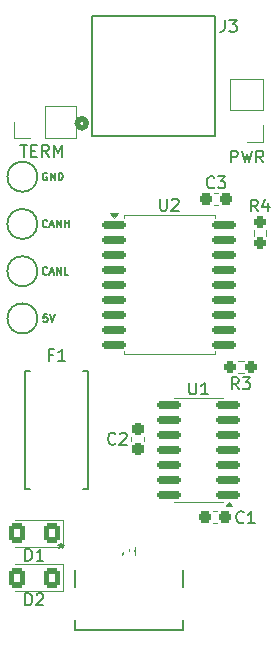
<source format=gto>
G04 #@! TF.GenerationSoftware,KiCad,Pcbnew,9.0.7*
G04 #@! TF.CreationDate,2026-01-26T17:59:06-05:00*
G04 #@! TF.ProjectId,usbdbg,75736264-6267-42e6-9b69-6361645f7063,rev?*
G04 #@! TF.SameCoordinates,Original*
G04 #@! TF.FileFunction,Legend,Top*
G04 #@! TF.FilePolarity,Positive*
%FSLAX46Y46*%
G04 Gerber Fmt 4.6, Leading zero omitted, Abs format (unit mm)*
G04 Created by KiCad (PCBNEW 9.0.7) date 2026-01-26 17:59:06*
%MOMM*%
%LPD*%
G01*
G04 APERTURE LIST*
G04 Aperture macros list*
%AMRoundRect*
0 Rectangle with rounded corners*
0 $1 Rounding radius*
0 $2 $3 $4 $5 $6 $7 $8 $9 X,Y pos of 4 corners*
0 Add a 4 corners polygon primitive as box body*
4,1,4,$2,$3,$4,$5,$6,$7,$8,$9,$2,$3,0*
0 Add four circle primitives for the rounded corners*
1,1,$1+$1,$2,$3*
1,1,$1+$1,$4,$5*
1,1,$1+$1,$6,$7*
1,1,$1+$1,$8,$9*
0 Add four rect primitives between the rounded corners*
20,1,$1+$1,$2,$3,$4,$5,0*
20,1,$1+$1,$4,$5,$6,$7,0*
20,1,$1+$1,$6,$7,$8,$9,0*
20,1,$1+$1,$8,$9,$2,$3,0*%
G04 Aperture macros list end*
%ADD10C,0.150000*%
%ADD11C,0.152400*%
%ADD12C,0.508000*%
%ADD13C,0.120000*%
%ADD14C,0.127000*%
%ADD15R,0.304800X1.143000*%
%ADD16R,0.609600X1.143000*%
%ADD17O,0.990600X2.209800*%
%ADD18O,0.990600X1.803400*%
%ADD19C,1.574800*%
%ADD20C,1.700000*%
%ADD21R,1.700000X1.700000*%
%ADD22C,1.734000*%
%ADD23RoundRect,0.237500X0.237500X-0.300000X0.237500X0.300000X-0.237500X0.300000X-0.237500X-0.300000X0*%
%ADD24C,0.800000*%
%ADD25C,6.400000*%
%ADD26RoundRect,0.237500X0.250000X0.237500X-0.250000X0.237500X-0.250000X-0.237500X0.250000X-0.237500X0*%
%ADD27RoundRect,0.150000X-0.875000X-0.150000X0.875000X-0.150000X0.875000X0.150000X-0.875000X0.150000X0*%
%ADD28RoundRect,0.150000X0.825000X0.150000X-0.825000X0.150000X-0.825000X-0.150000X0.825000X-0.150000X0*%
%ADD29RoundRect,0.237500X0.300000X0.237500X-0.300000X0.237500X-0.300000X-0.237500X0.300000X-0.237500X0*%
%ADD30RoundRect,0.237500X-0.237500X0.250000X-0.237500X-0.250000X0.237500X-0.250000X0.237500X0.250000X0*%
%ADD31RoundRect,0.250001X0.462499X0.624999X-0.462499X0.624999X-0.462499X-0.624999X0.462499X-0.624999X0*%
%ADD32R,3.810000X4.241800*%
G04 APERTURE END LIST*
D10*
X185291666Y-69774869D02*
X185291666Y-70489154D01*
X185291666Y-70489154D02*
X185244047Y-70632011D01*
X185244047Y-70632011D02*
X185148809Y-70727250D01*
X185148809Y-70727250D02*
X185005952Y-70774869D01*
X185005952Y-70774869D02*
X184910714Y-70774869D01*
X186196428Y-70108202D02*
X186196428Y-70774869D01*
X185958333Y-69727250D02*
X185720238Y-70441535D01*
X185720238Y-70441535D02*
X186339285Y-70441535D01*
X179884999Y-69774869D02*
X179884999Y-70012964D01*
X179646904Y-69917726D02*
X179884999Y-70012964D01*
X179884999Y-70012964D02*
X180123094Y-69917726D01*
X179742142Y-70203440D02*
X179884999Y-70012964D01*
X179884999Y-70012964D02*
X180027856Y-70203440D01*
X179884999Y-69774869D02*
X179884999Y-70012964D01*
X179646904Y-69917726D02*
X179884999Y-70012964D01*
X179884999Y-70012964D02*
X180123094Y-69917726D01*
X179742142Y-70203440D02*
X179884999Y-70012964D01*
X179884999Y-70012964D02*
X180027856Y-70203440D01*
X193741666Y-25504819D02*
X193741666Y-26219104D01*
X193741666Y-26219104D02*
X193694047Y-26361961D01*
X193694047Y-26361961D02*
X193598809Y-26457200D01*
X193598809Y-26457200D02*
X193455952Y-26504819D01*
X193455952Y-26504819D02*
X193360714Y-26504819D01*
X194122619Y-25504819D02*
X194741666Y-25504819D01*
X194741666Y-25504819D02*
X194408333Y-25885771D01*
X194408333Y-25885771D02*
X194551190Y-25885771D01*
X194551190Y-25885771D02*
X194646428Y-25933390D01*
X194646428Y-25933390D02*
X194694047Y-25981009D01*
X194694047Y-25981009D02*
X194741666Y-26076247D01*
X194741666Y-26076247D02*
X194741666Y-26314342D01*
X194741666Y-26314342D02*
X194694047Y-26409580D01*
X194694047Y-26409580D02*
X194646428Y-26457200D01*
X194646428Y-26457200D02*
X194551190Y-26504819D01*
X194551190Y-26504819D02*
X194265476Y-26504819D01*
X194265476Y-26504819D02*
X194170238Y-26457200D01*
X194170238Y-26457200D02*
X194122619Y-26409580D01*
X176440476Y-36079819D02*
X177011904Y-36079819D01*
X176726190Y-37079819D02*
X176726190Y-36079819D01*
X177345238Y-36556009D02*
X177678571Y-36556009D01*
X177821428Y-37079819D02*
X177345238Y-37079819D01*
X177345238Y-37079819D02*
X177345238Y-36079819D01*
X177345238Y-36079819D02*
X177821428Y-36079819D01*
X178821428Y-37079819D02*
X178488095Y-36603628D01*
X178250000Y-37079819D02*
X178250000Y-36079819D01*
X178250000Y-36079819D02*
X178630952Y-36079819D01*
X178630952Y-36079819D02*
X178726190Y-36127438D01*
X178726190Y-36127438D02*
X178773809Y-36175057D01*
X178773809Y-36175057D02*
X178821428Y-36270295D01*
X178821428Y-36270295D02*
X178821428Y-36413152D01*
X178821428Y-36413152D02*
X178773809Y-36508390D01*
X178773809Y-36508390D02*
X178726190Y-36556009D01*
X178726190Y-36556009D02*
X178630952Y-36603628D01*
X178630952Y-36603628D02*
X178250000Y-36603628D01*
X179250000Y-37079819D02*
X179250000Y-36079819D01*
X179250000Y-36079819D02*
X179583333Y-36794104D01*
X179583333Y-36794104D02*
X179916666Y-36079819D01*
X179916666Y-36079819D02*
X179916666Y-37079819D01*
X194266667Y-37554819D02*
X194266667Y-36554819D01*
X194266667Y-36554819D02*
X194647619Y-36554819D01*
X194647619Y-36554819D02*
X194742857Y-36602438D01*
X194742857Y-36602438D02*
X194790476Y-36650057D01*
X194790476Y-36650057D02*
X194838095Y-36745295D01*
X194838095Y-36745295D02*
X194838095Y-36888152D01*
X194838095Y-36888152D02*
X194790476Y-36983390D01*
X194790476Y-36983390D02*
X194742857Y-37031009D01*
X194742857Y-37031009D02*
X194647619Y-37078628D01*
X194647619Y-37078628D02*
X194266667Y-37078628D01*
X195171429Y-36554819D02*
X195409524Y-37554819D01*
X195409524Y-37554819D02*
X195600000Y-36840533D01*
X195600000Y-36840533D02*
X195790476Y-37554819D01*
X195790476Y-37554819D02*
X196028572Y-36554819D01*
X196980952Y-37554819D02*
X196647619Y-37078628D01*
X196409524Y-37554819D02*
X196409524Y-36554819D01*
X196409524Y-36554819D02*
X196790476Y-36554819D01*
X196790476Y-36554819D02*
X196885714Y-36602438D01*
X196885714Y-36602438D02*
X196933333Y-36650057D01*
X196933333Y-36650057D02*
X196980952Y-36745295D01*
X196980952Y-36745295D02*
X196980952Y-36888152D01*
X196980952Y-36888152D02*
X196933333Y-36983390D01*
X196933333Y-36983390D02*
X196885714Y-37031009D01*
X196885714Y-37031009D02*
X196790476Y-37078628D01*
X196790476Y-37078628D02*
X196409524Y-37078628D01*
X178703334Y-43002323D02*
X178672858Y-43032800D01*
X178672858Y-43032800D02*
X178581429Y-43063276D01*
X178581429Y-43063276D02*
X178520477Y-43063276D01*
X178520477Y-43063276D02*
X178429048Y-43032800D01*
X178429048Y-43032800D02*
X178368096Y-42971847D01*
X178368096Y-42971847D02*
X178337619Y-42910895D01*
X178337619Y-42910895D02*
X178307143Y-42788990D01*
X178307143Y-42788990D02*
X178307143Y-42697561D01*
X178307143Y-42697561D02*
X178337619Y-42575657D01*
X178337619Y-42575657D02*
X178368096Y-42514704D01*
X178368096Y-42514704D02*
X178429048Y-42453752D01*
X178429048Y-42453752D02*
X178520477Y-42423276D01*
X178520477Y-42423276D02*
X178581429Y-42423276D01*
X178581429Y-42423276D02*
X178672858Y-42453752D01*
X178672858Y-42453752D02*
X178703334Y-42484228D01*
X178947143Y-42880419D02*
X179251905Y-42880419D01*
X178886191Y-43063276D02*
X179099524Y-42423276D01*
X179099524Y-42423276D02*
X179312858Y-43063276D01*
X179526190Y-43063276D02*
X179526190Y-42423276D01*
X179526190Y-42423276D02*
X179891905Y-43063276D01*
X179891905Y-43063276D02*
X179891905Y-42423276D01*
X180196666Y-43063276D02*
X180196666Y-42423276D01*
X180196666Y-42728038D02*
X180562381Y-42728038D01*
X180562381Y-43063276D02*
X180562381Y-42423276D01*
X178704524Y-47002323D02*
X178674048Y-47032800D01*
X178674048Y-47032800D02*
X178582619Y-47063276D01*
X178582619Y-47063276D02*
X178521667Y-47063276D01*
X178521667Y-47063276D02*
X178430238Y-47032800D01*
X178430238Y-47032800D02*
X178369286Y-46971847D01*
X178369286Y-46971847D02*
X178338809Y-46910895D01*
X178338809Y-46910895D02*
X178308333Y-46788990D01*
X178308333Y-46788990D02*
X178308333Y-46697561D01*
X178308333Y-46697561D02*
X178338809Y-46575657D01*
X178338809Y-46575657D02*
X178369286Y-46514704D01*
X178369286Y-46514704D02*
X178430238Y-46453752D01*
X178430238Y-46453752D02*
X178521667Y-46423276D01*
X178521667Y-46423276D02*
X178582619Y-46423276D01*
X178582619Y-46423276D02*
X178674048Y-46453752D01*
X178674048Y-46453752D02*
X178704524Y-46484228D01*
X178948333Y-46880419D02*
X179253095Y-46880419D01*
X178887381Y-47063276D02*
X179100714Y-46423276D01*
X179100714Y-46423276D02*
X179314048Y-47063276D01*
X179527380Y-47063276D02*
X179527380Y-46423276D01*
X179527380Y-46423276D02*
X179893095Y-47063276D01*
X179893095Y-47063276D02*
X179893095Y-46423276D01*
X180502618Y-47063276D02*
X180197856Y-47063276D01*
X180197856Y-47063276D02*
X180197856Y-46423276D01*
X178703095Y-50423276D02*
X178398333Y-50423276D01*
X178398333Y-50423276D02*
X178367857Y-50728038D01*
X178367857Y-50728038D02*
X178398333Y-50697561D01*
X178398333Y-50697561D02*
X178459286Y-50667085D01*
X178459286Y-50667085D02*
X178611667Y-50667085D01*
X178611667Y-50667085D02*
X178672619Y-50697561D01*
X178672619Y-50697561D02*
X178703095Y-50728038D01*
X178703095Y-50728038D02*
X178733572Y-50788990D01*
X178733572Y-50788990D02*
X178733572Y-50941371D01*
X178733572Y-50941371D02*
X178703095Y-51002323D01*
X178703095Y-51002323D02*
X178672619Y-51032800D01*
X178672619Y-51032800D02*
X178611667Y-51063276D01*
X178611667Y-51063276D02*
X178459286Y-51063276D01*
X178459286Y-51063276D02*
X178398333Y-51032800D01*
X178398333Y-51032800D02*
X178367857Y-51002323D01*
X178916429Y-50423276D02*
X179129762Y-51063276D01*
X179129762Y-51063276D02*
X179343096Y-50423276D01*
X178687381Y-38453752D02*
X178626428Y-38423276D01*
X178626428Y-38423276D02*
X178535000Y-38423276D01*
X178535000Y-38423276D02*
X178443571Y-38453752D01*
X178443571Y-38453752D02*
X178382619Y-38514704D01*
X178382619Y-38514704D02*
X178352142Y-38575657D01*
X178352142Y-38575657D02*
X178321666Y-38697561D01*
X178321666Y-38697561D02*
X178321666Y-38788990D01*
X178321666Y-38788990D02*
X178352142Y-38910895D01*
X178352142Y-38910895D02*
X178382619Y-38971847D01*
X178382619Y-38971847D02*
X178443571Y-39032800D01*
X178443571Y-39032800D02*
X178535000Y-39063276D01*
X178535000Y-39063276D02*
X178595952Y-39063276D01*
X178595952Y-39063276D02*
X178687381Y-39032800D01*
X178687381Y-39032800D02*
X178717857Y-39002323D01*
X178717857Y-39002323D02*
X178717857Y-38788990D01*
X178717857Y-38788990D02*
X178595952Y-38788990D01*
X178992142Y-39063276D02*
X178992142Y-38423276D01*
X178992142Y-38423276D02*
X179357857Y-39063276D01*
X179357857Y-39063276D02*
X179357857Y-38423276D01*
X179662618Y-39063276D02*
X179662618Y-38423276D01*
X179662618Y-38423276D02*
X179814999Y-38423276D01*
X179814999Y-38423276D02*
X179906428Y-38453752D01*
X179906428Y-38453752D02*
X179967380Y-38514704D01*
X179967380Y-38514704D02*
X179997857Y-38575657D01*
X179997857Y-38575657D02*
X180028333Y-38697561D01*
X180028333Y-38697561D02*
X180028333Y-38788990D01*
X180028333Y-38788990D02*
X179997857Y-38910895D01*
X179997857Y-38910895D02*
X179967380Y-38971847D01*
X179967380Y-38971847D02*
X179906428Y-39032800D01*
X179906428Y-39032800D02*
X179814999Y-39063276D01*
X179814999Y-39063276D02*
X179662618Y-39063276D01*
X184483333Y-61359580D02*
X184435714Y-61407200D01*
X184435714Y-61407200D02*
X184292857Y-61454819D01*
X184292857Y-61454819D02*
X184197619Y-61454819D01*
X184197619Y-61454819D02*
X184054762Y-61407200D01*
X184054762Y-61407200D02*
X183959524Y-61311961D01*
X183959524Y-61311961D02*
X183911905Y-61216723D01*
X183911905Y-61216723D02*
X183864286Y-61026247D01*
X183864286Y-61026247D02*
X183864286Y-60883390D01*
X183864286Y-60883390D02*
X183911905Y-60692914D01*
X183911905Y-60692914D02*
X183959524Y-60597676D01*
X183959524Y-60597676D02*
X184054762Y-60502438D01*
X184054762Y-60502438D02*
X184197619Y-60454819D01*
X184197619Y-60454819D02*
X184292857Y-60454819D01*
X184292857Y-60454819D02*
X184435714Y-60502438D01*
X184435714Y-60502438D02*
X184483333Y-60550057D01*
X184864286Y-60550057D02*
X184911905Y-60502438D01*
X184911905Y-60502438D02*
X185007143Y-60454819D01*
X185007143Y-60454819D02*
X185245238Y-60454819D01*
X185245238Y-60454819D02*
X185340476Y-60502438D01*
X185340476Y-60502438D02*
X185388095Y-60550057D01*
X185388095Y-60550057D02*
X185435714Y-60645295D01*
X185435714Y-60645295D02*
X185435714Y-60740533D01*
X185435714Y-60740533D02*
X185388095Y-60883390D01*
X185388095Y-60883390D02*
X184816667Y-61454819D01*
X184816667Y-61454819D02*
X185435714Y-61454819D01*
X194918135Y-56762626D02*
X194584802Y-56286435D01*
X194346707Y-56762626D02*
X194346707Y-55762626D01*
X194346707Y-55762626D02*
X194727659Y-55762626D01*
X194727659Y-55762626D02*
X194822897Y-55810245D01*
X194822897Y-55810245D02*
X194870516Y-55857864D01*
X194870516Y-55857864D02*
X194918135Y-55953102D01*
X194918135Y-55953102D02*
X194918135Y-56095959D01*
X194918135Y-56095959D02*
X194870516Y-56191197D01*
X194870516Y-56191197D02*
X194822897Y-56238816D01*
X194822897Y-56238816D02*
X194727659Y-56286435D01*
X194727659Y-56286435D02*
X194346707Y-56286435D01*
X195251469Y-55762626D02*
X195870516Y-55762626D01*
X195870516Y-55762626D02*
X195537183Y-56143578D01*
X195537183Y-56143578D02*
X195680040Y-56143578D01*
X195680040Y-56143578D02*
X195775278Y-56191197D01*
X195775278Y-56191197D02*
X195822897Y-56238816D01*
X195822897Y-56238816D02*
X195870516Y-56334054D01*
X195870516Y-56334054D02*
X195870516Y-56572149D01*
X195870516Y-56572149D02*
X195822897Y-56667387D01*
X195822897Y-56667387D02*
X195775278Y-56715007D01*
X195775278Y-56715007D02*
X195680040Y-56762626D01*
X195680040Y-56762626D02*
X195394326Y-56762626D01*
X195394326Y-56762626D02*
X195299088Y-56715007D01*
X195299088Y-56715007D02*
X195251469Y-56667387D01*
X188263095Y-40649819D02*
X188263095Y-41459342D01*
X188263095Y-41459342D02*
X188310714Y-41554580D01*
X188310714Y-41554580D02*
X188358333Y-41602200D01*
X188358333Y-41602200D02*
X188453571Y-41649819D01*
X188453571Y-41649819D02*
X188644047Y-41649819D01*
X188644047Y-41649819D02*
X188739285Y-41602200D01*
X188739285Y-41602200D02*
X188786904Y-41554580D01*
X188786904Y-41554580D02*
X188834523Y-41459342D01*
X188834523Y-41459342D02*
X188834523Y-40649819D01*
X189263095Y-40745057D02*
X189310714Y-40697438D01*
X189310714Y-40697438D02*
X189405952Y-40649819D01*
X189405952Y-40649819D02*
X189644047Y-40649819D01*
X189644047Y-40649819D02*
X189739285Y-40697438D01*
X189739285Y-40697438D02*
X189786904Y-40745057D01*
X189786904Y-40745057D02*
X189834523Y-40840295D01*
X189834523Y-40840295D02*
X189834523Y-40935533D01*
X189834523Y-40935533D02*
X189786904Y-41078390D01*
X189786904Y-41078390D02*
X189215476Y-41649819D01*
X189215476Y-41649819D02*
X189834523Y-41649819D01*
X190738095Y-56198419D02*
X190738095Y-57007942D01*
X190738095Y-57007942D02*
X190785714Y-57103180D01*
X190785714Y-57103180D02*
X190833333Y-57150800D01*
X190833333Y-57150800D02*
X190928571Y-57198419D01*
X190928571Y-57198419D02*
X191119047Y-57198419D01*
X191119047Y-57198419D02*
X191214285Y-57150800D01*
X191214285Y-57150800D02*
X191261904Y-57103180D01*
X191261904Y-57103180D02*
X191309523Y-57007942D01*
X191309523Y-57007942D02*
X191309523Y-56198419D01*
X192309523Y-57198419D02*
X191738095Y-57198419D01*
X192023809Y-57198419D02*
X192023809Y-56198419D01*
X192023809Y-56198419D02*
X191928571Y-56341276D01*
X191928571Y-56341276D02*
X191833333Y-56436514D01*
X191833333Y-56436514D02*
X191738095Y-56484133D01*
X192833333Y-39659580D02*
X192785714Y-39707200D01*
X192785714Y-39707200D02*
X192642857Y-39754819D01*
X192642857Y-39754819D02*
X192547619Y-39754819D01*
X192547619Y-39754819D02*
X192404762Y-39707200D01*
X192404762Y-39707200D02*
X192309524Y-39611961D01*
X192309524Y-39611961D02*
X192261905Y-39516723D01*
X192261905Y-39516723D02*
X192214286Y-39326247D01*
X192214286Y-39326247D02*
X192214286Y-39183390D01*
X192214286Y-39183390D02*
X192261905Y-38992914D01*
X192261905Y-38992914D02*
X192309524Y-38897676D01*
X192309524Y-38897676D02*
X192404762Y-38802438D01*
X192404762Y-38802438D02*
X192547619Y-38754819D01*
X192547619Y-38754819D02*
X192642857Y-38754819D01*
X192642857Y-38754819D02*
X192785714Y-38802438D01*
X192785714Y-38802438D02*
X192833333Y-38850057D01*
X193166667Y-38754819D02*
X193785714Y-38754819D01*
X193785714Y-38754819D02*
X193452381Y-39135771D01*
X193452381Y-39135771D02*
X193595238Y-39135771D01*
X193595238Y-39135771D02*
X193690476Y-39183390D01*
X193690476Y-39183390D02*
X193738095Y-39231009D01*
X193738095Y-39231009D02*
X193785714Y-39326247D01*
X193785714Y-39326247D02*
X193785714Y-39564342D01*
X193785714Y-39564342D02*
X193738095Y-39659580D01*
X193738095Y-39659580D02*
X193690476Y-39707200D01*
X193690476Y-39707200D02*
X193595238Y-39754819D01*
X193595238Y-39754819D02*
X193309524Y-39754819D01*
X193309524Y-39754819D02*
X193214286Y-39707200D01*
X193214286Y-39707200D02*
X193166667Y-39659580D01*
X196533333Y-41704819D02*
X196200000Y-41228628D01*
X195961905Y-41704819D02*
X195961905Y-40704819D01*
X195961905Y-40704819D02*
X196342857Y-40704819D01*
X196342857Y-40704819D02*
X196438095Y-40752438D01*
X196438095Y-40752438D02*
X196485714Y-40800057D01*
X196485714Y-40800057D02*
X196533333Y-40895295D01*
X196533333Y-40895295D02*
X196533333Y-41038152D01*
X196533333Y-41038152D02*
X196485714Y-41133390D01*
X196485714Y-41133390D02*
X196438095Y-41181009D01*
X196438095Y-41181009D02*
X196342857Y-41228628D01*
X196342857Y-41228628D02*
X195961905Y-41228628D01*
X197390476Y-41038152D02*
X197390476Y-41704819D01*
X197152381Y-40657200D02*
X196914286Y-41371485D01*
X196914286Y-41371485D02*
X197533333Y-41371485D01*
X176861905Y-75054819D02*
X176861905Y-74054819D01*
X176861905Y-74054819D02*
X177100000Y-74054819D01*
X177100000Y-74054819D02*
X177242857Y-74102438D01*
X177242857Y-74102438D02*
X177338095Y-74197676D01*
X177338095Y-74197676D02*
X177385714Y-74292914D01*
X177385714Y-74292914D02*
X177433333Y-74483390D01*
X177433333Y-74483390D02*
X177433333Y-74626247D01*
X177433333Y-74626247D02*
X177385714Y-74816723D01*
X177385714Y-74816723D02*
X177338095Y-74911961D01*
X177338095Y-74911961D02*
X177242857Y-75007200D01*
X177242857Y-75007200D02*
X177100000Y-75054819D01*
X177100000Y-75054819D02*
X176861905Y-75054819D01*
X177814286Y-74150057D02*
X177861905Y-74102438D01*
X177861905Y-74102438D02*
X177957143Y-74054819D01*
X177957143Y-74054819D02*
X178195238Y-74054819D01*
X178195238Y-74054819D02*
X178290476Y-74102438D01*
X178290476Y-74102438D02*
X178338095Y-74150057D01*
X178338095Y-74150057D02*
X178385714Y-74245295D01*
X178385714Y-74245295D02*
X178385714Y-74340533D01*
X178385714Y-74340533D02*
X178338095Y-74483390D01*
X178338095Y-74483390D02*
X177766667Y-75054819D01*
X177766667Y-75054819D02*
X178385714Y-75054819D01*
X176861905Y-71279819D02*
X176861905Y-70279819D01*
X176861905Y-70279819D02*
X177100000Y-70279819D01*
X177100000Y-70279819D02*
X177242857Y-70327438D01*
X177242857Y-70327438D02*
X177338095Y-70422676D01*
X177338095Y-70422676D02*
X177385714Y-70517914D01*
X177385714Y-70517914D02*
X177433333Y-70708390D01*
X177433333Y-70708390D02*
X177433333Y-70851247D01*
X177433333Y-70851247D02*
X177385714Y-71041723D01*
X177385714Y-71041723D02*
X177338095Y-71136961D01*
X177338095Y-71136961D02*
X177242857Y-71232200D01*
X177242857Y-71232200D02*
X177100000Y-71279819D01*
X177100000Y-71279819D02*
X176861905Y-71279819D01*
X178385714Y-71279819D02*
X177814286Y-71279819D01*
X178100000Y-71279819D02*
X178100000Y-70279819D01*
X178100000Y-70279819D02*
X178004762Y-70422676D01*
X178004762Y-70422676D02*
X177909524Y-70517914D01*
X177909524Y-70517914D02*
X177814286Y-70565533D01*
X195333333Y-68009580D02*
X195285714Y-68057200D01*
X195285714Y-68057200D02*
X195142857Y-68104819D01*
X195142857Y-68104819D02*
X195047619Y-68104819D01*
X195047619Y-68104819D02*
X194904762Y-68057200D01*
X194904762Y-68057200D02*
X194809524Y-67961961D01*
X194809524Y-67961961D02*
X194761905Y-67866723D01*
X194761905Y-67866723D02*
X194714286Y-67676247D01*
X194714286Y-67676247D02*
X194714286Y-67533390D01*
X194714286Y-67533390D02*
X194761905Y-67342914D01*
X194761905Y-67342914D02*
X194809524Y-67247676D01*
X194809524Y-67247676D02*
X194904762Y-67152438D01*
X194904762Y-67152438D02*
X195047619Y-67104819D01*
X195047619Y-67104819D02*
X195142857Y-67104819D01*
X195142857Y-67104819D02*
X195285714Y-67152438D01*
X195285714Y-67152438D02*
X195333333Y-67200057D01*
X196285714Y-68104819D02*
X195714286Y-68104819D01*
X196000000Y-68104819D02*
X196000000Y-67104819D01*
X196000000Y-67104819D02*
X195904762Y-67247676D01*
X195904762Y-67247676D02*
X195809524Y-67342914D01*
X195809524Y-67342914D02*
X195714286Y-67390533D01*
X179166666Y-53831009D02*
X178833333Y-53831009D01*
X178833333Y-54354819D02*
X178833333Y-53354819D01*
X178833333Y-53354819D02*
X179309523Y-53354819D01*
X180214285Y-54354819D02*
X179642857Y-54354819D01*
X179928571Y-54354819D02*
X179928571Y-53354819D01*
X179928571Y-53354819D02*
X179833333Y-53497676D01*
X179833333Y-53497676D02*
X179738095Y-53592914D01*
X179738095Y-53592914D02*
X179642857Y-53640533D01*
D11*
G04 #@! TO.C,J4*
X190222400Y-77128450D02*
X190222400Y-76284843D01*
X190222400Y-73505259D02*
X190222400Y-72081642D01*
X181027600Y-77128450D02*
X190222400Y-77128450D01*
X181027600Y-76284843D02*
X181027600Y-77128450D01*
X181027600Y-72081642D02*
X181027600Y-73505259D01*
D12*
G04 #@! TO.C,J3*
X182015001Y-34250000D02*
G75*
G02*
X181253001Y-34250000I-381000J0D01*
G01*
X181253001Y-34250000D02*
G75*
G02*
X182015001Y-34250000I381000J0D01*
G01*
D11*
X182523001Y-25207000D02*
X182523001Y-35367000D01*
X182523001Y-35367000D02*
X192926998Y-35367000D01*
X192926998Y-25207000D02*
X182523001Y-25207000D01*
X192926998Y-35367000D02*
X192926998Y-25207000D01*
D13*
G04 #@! TO.C,TERM*
X175870000Y-35530000D02*
X175870000Y-34150000D01*
X177250000Y-35530000D02*
X175870000Y-35530000D01*
X178520000Y-32770000D02*
X181170000Y-32770000D01*
X178520000Y-35530000D02*
X178520000Y-32770000D01*
X178520000Y-35530000D02*
X181170000Y-35530000D01*
X181170000Y-35530000D02*
X181170000Y-32770000D01*
G04 #@! TO.C,PWR*
X196980000Y-35805000D02*
X195600000Y-35805000D01*
X196980000Y-34425000D02*
X196980000Y-35805000D01*
X194220000Y-33155000D02*
X194220000Y-30505000D01*
X196980000Y-33155000D02*
X194220000Y-33155000D01*
X196980000Y-33155000D02*
X196980000Y-30505000D01*
X196980000Y-30505000D02*
X194220000Y-30505000D01*
D14*
G04 #@! TO.C,CANH*
X177870000Y-42775000D02*
G75*
G02*
X175330000Y-42775000I-1270000J0D01*
G01*
X175330000Y-42775000D02*
G75*
G02*
X177870000Y-42775000I1270000J0D01*
G01*
G04 #@! TO.C,CANL*
X177870000Y-46775000D02*
G75*
G02*
X175330000Y-46775000I-1270000J0D01*
G01*
X175330000Y-46775000D02*
G75*
G02*
X177870000Y-46775000I1270000J0D01*
G01*
G04 #@! TO.C,5V*
X177870000Y-50775000D02*
G75*
G02*
X175330000Y-50775000I-1270000J0D01*
G01*
X175330000Y-50775000D02*
G75*
G02*
X177870000Y-50775000I1270000J0D01*
G01*
G04 #@! TO.C,GND*
X177870000Y-38775000D02*
G75*
G02*
X175330000Y-38775000I-1270000J0D01*
G01*
X175330000Y-38775000D02*
G75*
G02*
X177870000Y-38775000I1270000J0D01*
G01*
D13*
G04 #@! TO.C,C2*
X185840000Y-61146267D02*
X185840000Y-60853733D01*
X186860000Y-61146267D02*
X186860000Y-60853733D01*
G04 #@! TO.C,R3*
X195339526Y-54385307D02*
X194830078Y-54385307D01*
X195339526Y-55430307D02*
X194830078Y-55430307D01*
G04 #@! TO.C,U2*
X185165000Y-42040000D02*
X192885000Y-42040000D01*
X185165000Y-42285000D02*
X185165000Y-42040000D01*
X185165000Y-53810000D02*
X185165000Y-53565000D01*
X192885000Y-42040000D02*
X192885000Y-42285000D01*
X192885000Y-53565000D02*
X192885000Y-53810000D01*
X192885000Y-53810000D02*
X185165000Y-53810000D01*
X184375000Y-42285000D02*
X184035000Y-41815000D01*
X184715000Y-41815000D01*
X184375000Y-42285000D01*
G36*
X184375000Y-42285000D02*
G01*
X184035000Y-41815000D01*
X184715000Y-41815000D01*
X184375000Y-42285000D01*
G37*
G04 #@! TO.C,U1*
X189440000Y-57479900D02*
X193560000Y-57479900D01*
X189440000Y-57544900D02*
X189440000Y-57479900D01*
X189440000Y-66349900D02*
X189440000Y-66284900D01*
X193560000Y-57479900D02*
X193560000Y-57544900D01*
X193560000Y-66284900D02*
X193560000Y-66349900D01*
X193560000Y-66349900D02*
X189440000Y-66349900D01*
X194340000Y-66614900D02*
X193860000Y-66614900D01*
X194100000Y-66284900D01*
X194340000Y-66614900D01*
G36*
X194340000Y-66614900D02*
G01*
X193860000Y-66614900D01*
X194100000Y-66284900D01*
X194340000Y-66614900D01*
G37*
G04 #@! TO.C,C3*
X193146267Y-40140000D02*
X192853733Y-40140000D01*
X193146267Y-41160000D02*
X192853733Y-41160000D01*
G04 #@! TO.C,R4*
X196177500Y-43245276D02*
X196177500Y-43754724D01*
X197222500Y-43245276D02*
X197222500Y-43754724D01*
G04 #@! TO.C,D2*
X176000000Y-73860000D02*
X180060000Y-73860000D01*
X180060000Y-71590000D02*
X176000000Y-71590000D01*
X180060000Y-73860000D02*
X180060000Y-71590000D01*
G04 #@! TO.C,D1*
X176000000Y-70085000D02*
X180060000Y-70085000D01*
X180060000Y-67815000D02*
X176000000Y-67815000D01*
X180060000Y-70085000D02*
X180060000Y-67815000D01*
G04 #@! TO.C,C1*
X193046267Y-67115000D02*
X192753733Y-67115000D01*
X193046267Y-68135000D02*
X192753733Y-68135000D01*
D11*
G04 #@! TO.C,F1*
X176858400Y-55258900D02*
X176858400Y-65241100D01*
X176858400Y-65241100D02*
X177262260Y-65241100D01*
X177262260Y-55258900D02*
X176858400Y-55258900D01*
X181737740Y-65241100D02*
X182141600Y-65241100D01*
X182141600Y-55258900D02*
X181737740Y-55258900D01*
X182141600Y-65241100D02*
X182141600Y-55258900D01*
G04 #@! TD*
%LPC*%
D15*
G04 #@! TO.C,J4*
X183875059Y-70320051D03*
X184875060Y-70320051D03*
X186375059Y-70320051D03*
X187375060Y-70320051D03*
D16*
X188824999Y-70320051D03*
X188025000Y-70320051D03*
D15*
X186875000Y-70320051D03*
X185875000Y-70320051D03*
X185375000Y-70320051D03*
X184375000Y-70320051D03*
D16*
X183225000Y-70320051D03*
X182424999Y-70320051D03*
D17*
X189945000Y-74895051D03*
D18*
X189945000Y-70895050D03*
D17*
X181305000Y-74895051D03*
D18*
X181305000Y-70895050D03*
G04 #@! TD*
D19*
G04 #@! TO.C,J3*
X189224999Y-37249999D03*
X186225000Y-37249999D03*
X189224999Y-34250000D03*
X186225000Y-34250000D03*
G04 #@! TD*
D20*
G04 #@! TO.C,TERM*
X179790000Y-34150000D03*
D21*
X177250000Y-34150000D03*
G04 #@! TD*
D20*
G04 #@! TO.C,PWR*
X195600000Y-31885000D03*
D21*
X195600000Y-34425000D03*
G04 #@! TD*
D22*
G04 #@! TO.C,CANH*
X176600000Y-42775000D03*
G04 #@! TD*
G04 #@! TO.C,CANL*
X176600000Y-46775000D03*
G04 #@! TD*
G04 #@! TO.C,5V*
X176600000Y-50775000D03*
G04 #@! TD*
G04 #@! TO.C,GND*
X176600000Y-38775000D03*
G04 #@! TD*
D23*
G04 #@! TO.C,C2*
X186350000Y-61862500D03*
X186350000Y-60137500D03*
G04 #@! TD*
D24*
G04 #@! TO.C,H1*
X176050000Y-28650000D03*
X176752944Y-26952944D03*
X176752944Y-30347056D03*
X178450000Y-26250000D03*
D25*
X178450000Y-28650000D03*
D24*
X178450000Y-31050000D03*
X180147056Y-26952944D03*
X180147056Y-30347056D03*
X180850000Y-28650000D03*
G04 #@! TD*
D26*
G04 #@! TO.C,R3*
X195997302Y-54907807D03*
X194172302Y-54907807D03*
G04 #@! TD*
D27*
G04 #@! TO.C,U2*
X184375000Y-42845000D03*
X184375000Y-44115000D03*
X184375000Y-45385000D03*
X184375000Y-46655000D03*
X184375000Y-47925000D03*
X184375000Y-49195000D03*
X184375000Y-50465000D03*
X184375000Y-51735000D03*
X184375000Y-53005000D03*
X193675000Y-53005000D03*
X193675000Y-51735000D03*
X193675000Y-50465000D03*
X193675000Y-49195000D03*
X193675000Y-47925000D03*
X193675000Y-46655000D03*
X193675000Y-45385000D03*
X193675000Y-44115000D03*
X193675000Y-42845000D03*
G04 #@! TD*
D28*
G04 #@! TO.C,U1*
X193975000Y-65724900D03*
X193975000Y-64454900D03*
X193975000Y-63184900D03*
X193975000Y-61914900D03*
X193975000Y-60644900D03*
X193975000Y-59374900D03*
X193975000Y-58104900D03*
X189025000Y-58104900D03*
X189025000Y-59374900D03*
X189025000Y-60644900D03*
X189025000Y-61914900D03*
X189025000Y-63184900D03*
X189025000Y-64454900D03*
X189025000Y-65724900D03*
G04 #@! TD*
D29*
G04 #@! TO.C,C3*
X193862500Y-40650000D03*
X192137500Y-40650000D03*
G04 #@! TD*
D30*
G04 #@! TO.C,R4*
X196700000Y-42587500D03*
X196700000Y-44412500D03*
G04 #@! TD*
D31*
G04 #@! TO.C,D2*
X179087500Y-72725000D03*
X176112500Y-72725000D03*
G04 #@! TD*
G04 #@! TO.C,D1*
X179087500Y-68950000D03*
X176112500Y-68950000D03*
G04 #@! TD*
D29*
G04 #@! TO.C,C1*
X193762500Y-67625000D03*
X192037500Y-67625000D03*
G04 #@! TD*
D24*
G04 #@! TO.C,H2*
X192050001Y-73650001D03*
X192752945Y-71952945D03*
X192752945Y-75347057D03*
X194450001Y-71250001D03*
D25*
X194450001Y-73650001D03*
D24*
X194450001Y-76050001D03*
X196147057Y-71952945D03*
X196147057Y-75347057D03*
X196850001Y-73650001D03*
G04 #@! TD*
D32*
G04 #@! TO.C,F1*
X179500000Y-57062300D03*
X179500000Y-63437700D03*
G04 #@! TD*
%LPD*%
M02*

</source>
